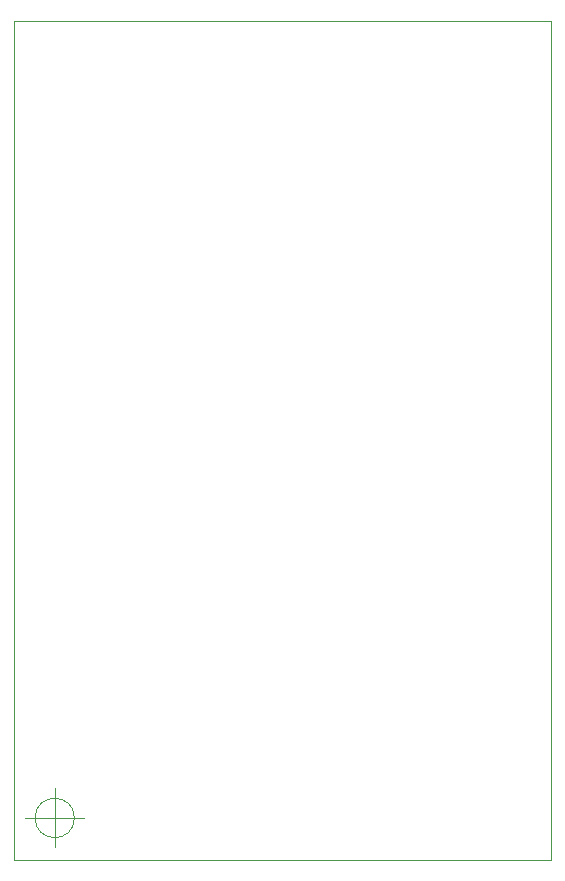
<source format=gm1>
G04 #@! TF.GenerationSoftware,KiCad,Pcbnew,(6.0.7)*
G04 #@! TF.CreationDate,2023-03-09T14:40:03+00:00*
G04 #@! TF.ProjectId,ir_sensor,69725f73-656e-4736-9f72-2e6b69636164,rev?*
G04 #@! TF.SameCoordinates,Original*
G04 #@! TF.FileFunction,Profile,NP*
%FSLAX46Y46*%
G04 Gerber Fmt 4.6, Leading zero omitted, Abs format (unit mm)*
G04 Created by KiCad (PCBNEW (6.0.7)) date 2023-03-09 14:40:03*
%MOMM*%
%LPD*%
G01*
G04 APERTURE LIST*
G04 #@! TA.AperFunction,Profile*
%ADD10C,0.050000*%
G04 #@! TD*
G04 APERTURE END LIST*
D10*
X82000000Y-96500000D02*
X127500000Y-96500000D01*
X82000000Y-74000000D02*
X82000000Y-96500000D01*
X82000000Y-25500000D02*
X127500000Y-25500000D01*
X127500000Y-25500000D02*
X127500000Y-96500000D01*
X82000000Y-74000000D02*
X82000000Y-25500000D01*
X87137666Y-92964000D02*
G75*
G03*
X87137666Y-92964000I-1666666J0D01*
G01*
X82971000Y-92964000D02*
X87971000Y-92964000D01*
X85471000Y-90464000D02*
X85471000Y-95464000D01*
M02*

</source>
